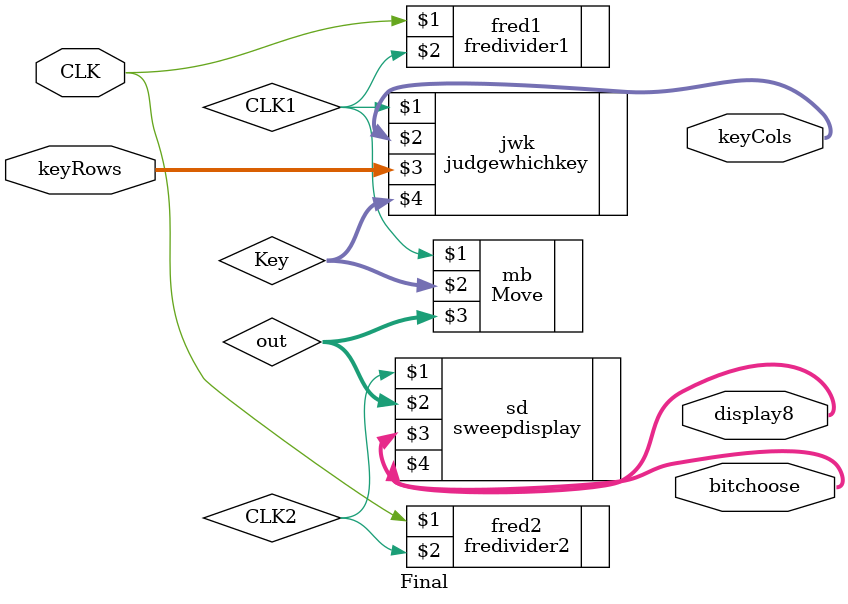
<source format=v>
module Final(CLK,keyRows,keyCols,display8,bitchoose);
input CLK;
input[3:0] keyRows;
output[3:0] keyCols;
output[7:0] display8;
output[3:0] bitchoose;

wire[15:0] out;
wire[4:0] Key;
wire CLK1;
wire CLK2;
wire CLK3;
wire[3:0] chosennum;


fredivider1 fred1(CLK,CLK1);
fredivider2 fred2(CLK,CLK2);
judgewhichkey jwk(CLK1,keyCols,keyRows,Key);
Move mb(CLK1,Key,out);



sweepdisplay sd(CLK2,out,display8,bitchoose);

endmodule

</source>
